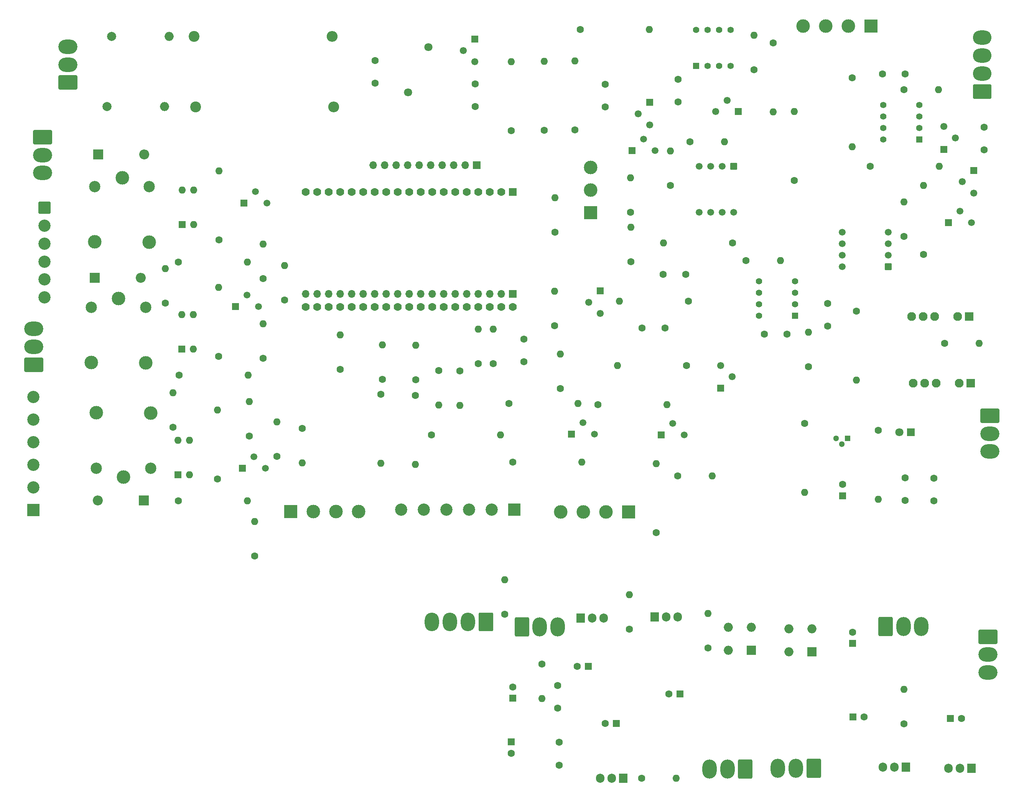
<source format=gbr>
%TF.GenerationSoftware,KiCad,Pcbnew,8.0.3*%
%TF.CreationDate,2024-10-09T15:47:07-03:00*%
%TF.ProjectId,mod_sensado_Prototipo_270624,6d6f645f-7365-46e7-9361-646f5f50726f,rev?*%
%TF.SameCoordinates,Original*%
%TF.FileFunction,Soldermask,Top*%
%TF.FilePolarity,Negative*%
%FSLAX46Y46*%
G04 Gerber Fmt 4.6, Leading zero omitted, Abs format (unit mm)*
G04 Created by KiCad (PCBNEW 8.0.3) date 2024-10-09 15:47:07*
%MOMM*%
%LPD*%
G01*
G04 APERTURE LIST*
G04 Aperture macros list*
%AMRoundRect*
0 Rectangle with rounded corners*
0 $1 Rounding radius*
0 $2 $3 $4 $5 $6 $7 $8 $9 X,Y pos of 4 corners*
0 Add a 4 corners polygon primitive as box body*
4,1,4,$2,$3,$4,$5,$6,$7,$8,$9,$2,$3,0*
0 Add four circle primitives for the rounded corners*
1,1,$1+$1,$2,$3*
1,1,$1+$1,$4,$5*
1,1,$1+$1,$6,$7*
1,1,$1+$1,$8,$9*
0 Add four rect primitives between the rounded corners*
20,1,$1+$1,$2,$3,$4,$5,0*
20,1,$1+$1,$4,$5,$6,$7,0*
20,1,$1+$1,$6,$7,$8,$9,0*
20,1,$1+$1,$8,$9,$2,$3,0*%
G04 Aperture macros list end*
%ADD10C,1.600000*%
%ADD11O,1.600000X1.600000*%
%ADD12R,1.905000X2.000000*%
%ADD13O,1.905000X2.000000*%
%ADD14R,1.500000X1.500000*%
%ADD15C,1.500000*%
%ADD16R,2.000000X2.000000*%
%ADD17O,2.000000X2.000000*%
%ADD18RoundRect,0.102000X-0.780000X0.780000X-0.780000X-0.780000X0.780000X-0.780000X0.780000X0.780000X0*%
%ADD19C,1.764000*%
%ADD20RoundRect,0.250000X-1.330000X-1.850000X1.330000X-1.850000X1.330000X1.850000X-1.330000X1.850000X0*%
%ADD21O,3.160000X4.200000*%
%ADD22RoundRect,0.250000X1.850000X-1.330000X1.850000X1.330000X-1.850000X1.330000X-1.850000X-1.330000X0*%
%ADD23O,4.200000X3.160000*%
%ADD24R,1.600000X1.600000*%
%ADD25R,3.000000X3.000000*%
%ADD26C,3.000000*%
%ADD27R,1.550000X1.550000*%
%ADD28C,1.550000*%
%ADD29C,2.400000*%
%ADD30O,2.400000X2.400000*%
%ADD31RoundRect,0.102000X0.865000X0.865000X-0.865000X0.865000X-0.865000X-0.865000X0.865000X-0.865000X0*%
%ADD32C,1.934000*%
%ADD33C,2.500000*%
%ADD34R,2.200000X2.200000*%
%ADD35O,2.200000X2.200000*%
%ADD36RoundRect,0.250000X-1.850000X1.330000X-1.850000X-1.330000X1.850000X-1.330000X1.850000X1.330000X0*%
%ADD37C,2.000000*%
%ADD38RoundRect,0.102000X0.605000X-0.605000X0.605000X0.605000X-0.605000X0.605000X-0.605000X-0.605000X0*%
%ADD39C,1.414000*%
%ADD40R,1.800000X1.800000*%
%ADD41C,1.800000*%
%ADD42R,2.700000X2.700000*%
%ADD43C,2.700000*%
%ADD44RoundRect,0.102000X0.649000X0.649000X-0.649000X0.649000X-0.649000X-0.649000X0.649000X-0.649000X0*%
%ADD45C,1.502000*%
%ADD46RoundRect,0.250000X1.330000X1.800000X-1.330000X1.800000X-1.330000X-1.800000X1.330000X-1.800000X0*%
%ADD47O,3.160000X4.100000*%
%ADD48RoundRect,0.250001X-1.099999X1.099999X-1.099999X-1.099999X1.099999X-1.099999X1.099999X1.099999X0*%
%ADD49R,1.700000X1.700000*%
%ADD50O,1.700000X1.700000*%
%ADD51RoundRect,0.102000X-0.649000X0.649000X-0.649000X-0.649000X0.649000X-0.649000X0.649000X0.649000X0*%
%ADD52C,1.804000*%
%ADD53RoundRect,0.250000X1.330000X1.850000X-1.330000X1.850000X-1.330000X-1.850000X1.330000X-1.850000X0*%
%ADD54R,1.300000X1.300000*%
%ADD55C,1.300000*%
%ADD56RoundRect,0.102000X0.605000X0.605000X-0.605000X0.605000X-0.605000X-0.605000X0.605000X-0.605000X0*%
%ADD57RoundRect,0.250000X1.800000X-1.330000X1.800000X1.330000X-1.800000X1.330000X-1.800000X-1.330000X0*%
%ADD58O,4.100000X3.160000*%
G04 APERTURE END LIST*
D10*
%TO.C,RC21*%
X204450000Y-86310000D03*
D11*
X204450000Y-101550000D03*
%TD*%
D12*
%TO.C,U2*%
X215430000Y-187050000D03*
D13*
X212890000Y-187050000D03*
X210350000Y-187050000D03*
%TD*%
D10*
%TO.C,CV10*%
X198090000Y-84590000D03*
X198090000Y-89590000D03*
%TD*%
D14*
%TO.C,Q3*%
X141600000Y-113480000D03*
D15*
X144140000Y-110940000D03*
X146680000Y-113480000D03*
%TD*%
D16*
%TO.C,D1*%
X181275000Y-161245000D03*
D17*
X181275000Y-156165000D03*
X176195000Y-156165000D03*
X176195000Y-161245000D03*
%TD*%
D14*
%TO.C,Q7*%
X67400000Y-85280000D03*
D15*
X69940000Y-82740000D03*
X72480000Y-85280000D03*
%TD*%
D18*
%TO.C,U1*%
X128630000Y-59970000D03*
D19*
X126090000Y-59970000D03*
X123550000Y-59970000D03*
X121010000Y-59970000D03*
X118470000Y-59970000D03*
X115930000Y-59970000D03*
X113390000Y-59970000D03*
X110850000Y-59970000D03*
X108310000Y-59970000D03*
X105770000Y-59970000D03*
X103230000Y-59970000D03*
X100690000Y-59970000D03*
X98150000Y-59970000D03*
X95610000Y-59970000D03*
X93070000Y-59970000D03*
X90530000Y-59970000D03*
X87990000Y-59970000D03*
X85450000Y-59970000D03*
X82910000Y-59970000D03*
X128630000Y-85370000D03*
X126090000Y-85370000D03*
X123550000Y-85370000D03*
X121010000Y-85370000D03*
X118470000Y-85370000D03*
X115930000Y-85370000D03*
X113390000Y-85370000D03*
X110850000Y-85370000D03*
X108310000Y-85370000D03*
X105770000Y-85370000D03*
X103230000Y-85370000D03*
X100690000Y-85370000D03*
X98150000Y-85370000D03*
X95610000Y-85370000D03*
X93070000Y-85370000D03*
X90530000Y-85370000D03*
X87990000Y-85370000D03*
X85450000Y-85370000D03*
X82910000Y-85370000D03*
%TD*%
D20*
%TO.C,J13*%
X210905000Y-155965000D03*
D21*
X214865000Y-155965000D03*
X218825000Y-155965000D03*
%TD*%
D22*
%TO.C,J17*%
X22900000Y-98110000D03*
D23*
X22900000Y-94150000D03*
X22900000Y-90190000D03*
%TD*%
D10*
%TO.C,RV16*%
X209340000Y-112610000D03*
D11*
X209340000Y-127850000D03*
%TD*%
D24*
%TO.C,C18*%
X151480000Y-177360000D03*
D10*
X148980000Y-177360000D03*
%TD*%
D25*
%TO.C,J8*%
X145827500Y-64522500D03*
D26*
X145827500Y-59522500D03*
X145827500Y-54522500D03*
%TD*%
D27*
%TO.C,RC16*%
X230380000Y-55200000D03*
D28*
X227880000Y-57700000D03*
X230380000Y-60200000D03*
%TD*%
D10*
%TO.C,F2*%
X163450000Y-58490000D03*
D11*
X163450000Y-50870000D03*
%TD*%
D24*
%TO.C,C19*%
X203660000Y-159720000D03*
D10*
X203660000Y-157220000D03*
%TD*%
D29*
%TO.C,RV1*%
X58285000Y-25610000D03*
D30*
X88765000Y-25610000D03*
%TD*%
D10*
%TO.C,P11*%
X71630000Y-140370000D03*
D11*
X71630000Y-132750000D03*
%TD*%
D10*
%TO.C,F10*%
X116970000Y-99540000D03*
D11*
X116970000Y-107160000D03*
%TD*%
D10*
%TO.C,RV18*%
X99530000Y-104700000D03*
D11*
X99530000Y-119940000D03*
%TD*%
D10*
%TO.C,F5*%
X214990000Y-69800000D03*
D11*
X214990000Y-62180000D03*
%TD*%
D31*
%TO.C,PS1*%
X229370000Y-87440000D03*
D32*
X226830000Y-87440000D03*
X221750000Y-87440000D03*
X219210000Y-87440000D03*
X216670000Y-87440000D03*
%TD*%
D26*
%TO.C,K1*%
X42390000Y-56820000D03*
D33*
X36340000Y-58770000D03*
D26*
X36340000Y-70970000D03*
X48390000Y-71020000D03*
D33*
X48340000Y-58770000D03*
%TD*%
D10*
%TO.C,F8*%
X124310000Y-97880000D03*
D11*
X124310000Y-90260000D03*
%TD*%
D10*
%TO.C,P7*%
X90510000Y-99170000D03*
D11*
X90510000Y-91550000D03*
%TD*%
D34*
%TO.C,D5*%
X36290000Y-78900000D03*
D35*
X46450000Y-78900000D03*
%TD*%
D10*
%TO.C,P1*%
X167710000Y-48830000D03*
D11*
X175330000Y-48830000D03*
%TD*%
D10*
%TO.C,RE2*%
X128620000Y-119610000D03*
D11*
X143860000Y-119610000D03*
%TD*%
D10*
%TO.C,RC1*%
X54810000Y-75470000D03*
D11*
X70050000Y-75470000D03*
%TD*%
D24*
%TO.C,U9*%
X55535000Y-94660000D03*
D11*
X58075000Y-94660000D03*
X58075000Y-87040000D03*
X55535000Y-87040000D03*
%TD*%
D24*
%TO.C,U4*%
X55595000Y-67180000D03*
D11*
X58135000Y-67180000D03*
X58135000Y-59560000D03*
X55595000Y-59560000D03*
%TD*%
D27*
%TO.C,RC22*%
X174530000Y-103280000D03*
D28*
X177030000Y-100780000D03*
X174530000Y-98280000D03*
%TD*%
D10*
%TO.C,P24*%
X137900000Y-68860000D03*
D11*
X137900000Y-61240000D03*
%TD*%
D10*
%TO.C,P14*%
X73490000Y-79130000D03*
D11*
X73490000Y-71510000D03*
%TD*%
D10*
%TO.C,F9*%
X121000000Y-97860000D03*
D11*
X121000000Y-90240000D03*
%TD*%
D10*
%TO.C,F6*%
X223920000Y-93370000D03*
D11*
X231540000Y-93370000D03*
%TD*%
D10*
%TO.C,RV15*%
X177100000Y-71180000D03*
D11*
X161860000Y-71180000D03*
%TD*%
D12*
%TO.C,U8*%
X152990000Y-189530000D03*
D13*
X150450000Y-189530000D03*
X147910000Y-189530000D03*
%TD*%
D20*
%TO.C,J16*%
X130610000Y-156060000D03*
D21*
X134570000Y-156060000D03*
X138530000Y-156060000D03*
%TD*%
D25*
%TO.C,J5*%
X207730000Y-23280000D03*
D26*
X202730000Y-23280000D03*
X197730000Y-23280000D03*
X192730000Y-23280000D03*
%TD*%
D36*
%TO.C,J12*%
X233970000Y-109390000D03*
D23*
X233970000Y-113350000D03*
X233970000Y-117310000D03*
%TD*%
D10*
%TO.C,RV10*%
X142340000Y-46280000D03*
D11*
X142340000Y-31040000D03*
%TD*%
D10*
%TO.C,P17*%
X126850000Y-153280000D03*
D11*
X126850000Y-145660000D03*
%TD*%
D24*
%TO.C,C1*%
X165550000Y-170910000D03*
D10*
X163050000Y-170910000D03*
%TD*%
%TO.C,CV5*%
X162190000Y-89990000D03*
X157190000Y-89990000D03*
%TD*%
%TO.C,P12*%
X157050000Y-189480000D03*
D11*
X164670000Y-189480000D03*
%TD*%
D27*
%TO.C,RV4*%
X158810000Y-40150000D03*
D28*
X156310000Y-42650000D03*
X158810000Y-45150000D03*
%TD*%
D14*
%TO.C,Q5*%
X69290000Y-62400000D03*
D15*
X71830000Y-59860000D03*
X74370000Y-62400000D03*
%TD*%
D10*
%TO.C,P5*%
X73500000Y-96720000D03*
D11*
X73500000Y-89100000D03*
%TD*%
D10*
%TO.C,RV17*%
X193050000Y-111102651D03*
D11*
X193050000Y-126342651D03*
%TD*%
D37*
%TO.C,L2*%
X40090000Y-25570000D03*
D17*
X52790000Y-25570000D03*
%TD*%
D38*
%TO.C,UV1*%
X169080000Y-32107500D03*
D39*
X171620000Y-32107500D03*
X174160000Y-32107500D03*
X176700000Y-32107500D03*
X176700000Y-24167500D03*
X174160000Y-24167500D03*
X171620000Y-24167500D03*
X169080000Y-24167500D03*
%TD*%
D10*
%TO.C,CV4*%
X165110000Y-35040000D03*
X165110000Y-40040000D03*
%TD*%
D27*
%TO.C,RV14*%
X147880000Y-81810000D03*
D28*
X145380000Y-84310000D03*
X147880000Y-86810000D03*
%TD*%
D10*
%TO.C,RV8*%
X128320000Y-46390000D03*
D11*
X128320000Y-31150000D03*
%TD*%
D10*
%TO.C,RE3*%
X160280000Y-135190000D03*
D11*
X160280000Y-119950000D03*
%TD*%
D10*
%TO.C,P3*%
X181880000Y-32980000D03*
D11*
X181880000Y-25360000D03*
%TD*%
D10*
%TO.C,RC3*%
X54780000Y-128190000D03*
D11*
X70020000Y-128190000D03*
%TD*%
D10*
%TO.C,P26*%
X139140000Y-103370000D03*
D11*
X139140000Y-95750000D03*
%TD*%
D10*
%TO.C,CV6*%
X166842500Y-78140000D03*
X161842500Y-78140000D03*
%TD*%
%TO.C,P23*%
X214950000Y-177450000D03*
D11*
X214950000Y-169830000D03*
%TD*%
D10*
%TO.C,P6*%
X82140000Y-112210000D03*
D11*
X82140000Y-119830000D03*
%TD*%
D24*
%TO.C,C21*%
X225190000Y-176320000D03*
D10*
X227690000Y-176320000D03*
%TD*%
D24*
%TO.C,C17*%
X145330000Y-164770000D03*
D10*
X142830000Y-164770000D03*
%TD*%
%TO.C,P8*%
X51910000Y-84540000D03*
D11*
X51910000Y-76920000D03*
%TD*%
D12*
%TO.C,U3*%
X229880000Y-187265000D03*
D13*
X227340000Y-187265000D03*
X224800000Y-187265000D03*
%TD*%
D10*
%TO.C,RC17*%
X203570000Y-34690000D03*
D11*
X203570000Y-49930000D03*
%TD*%
D24*
%TO.C,C20*%
X203700000Y-175970000D03*
D10*
X206200000Y-175970000D03*
%TD*%
%TO.C,F7*%
X180110000Y-75080000D03*
D11*
X187730000Y-75080000D03*
%TD*%
D10*
%TO.C,P20*%
X165000000Y-122740000D03*
D11*
X172620000Y-122740000D03*
%TD*%
D10*
%TO.C,RC19*%
X207540000Y-54290000D03*
D11*
X222780000Y-54290000D03*
%TD*%
D40*
%TO.C,D6*%
X216530000Y-113020000D03*
D41*
X213990000Y-113020000D03*
%TD*%
D10*
%TO.C,P4*%
X76580000Y-118410000D03*
D11*
X76580000Y-110790000D03*
%TD*%
D10*
%TO.C,F4*%
X214950000Y-37350000D03*
D11*
X222570000Y-37350000D03*
%TD*%
D10*
%TO.C,CV8*%
X221550000Y-128220000D03*
X221550000Y-123220000D03*
%TD*%
D42*
%TO.C,J11*%
X128970000Y-130190000D03*
D43*
X123970000Y-130190000D03*
X118970000Y-130190000D03*
X113970000Y-130190000D03*
X108970000Y-130190000D03*
X103970000Y-130190000D03*
%TD*%
D10*
%TO.C,F11*%
X112270000Y-99390000D03*
D11*
X112270000Y-107010000D03*
%TD*%
D10*
%TO.C,P18*%
X171730000Y-160750000D03*
D11*
X171730000Y-153130000D03*
%TD*%
D10*
%TO.C,CV3*%
X120280000Y-36050000D03*
X120280000Y-41050000D03*
%TD*%
%TO.C,P25*%
X137850000Y-89500000D03*
D11*
X137850000Y-81880000D03*
%TD*%
D12*
%TO.C,U7*%
X143610000Y-154150000D03*
D13*
X146150000Y-154150000D03*
X148690000Y-154150000D03*
%TD*%
D25*
%TO.C,J9*%
X79570000Y-130580000D03*
D26*
X84570000Y-130580000D03*
X89570000Y-130580000D03*
X94570000Y-130580000D03*
%TD*%
D10*
%TO.C,C14*%
X138560000Y-174000000D03*
X138560000Y-169000000D03*
%TD*%
D25*
%TO.C,J2*%
X154160000Y-130680000D03*
D26*
X149160000Y-130680000D03*
X144160000Y-130680000D03*
X139160000Y-130680000D03*
%TD*%
%TO.C,K2*%
X42660000Y-122970000D03*
D33*
X48710000Y-121020000D03*
D26*
X48710000Y-108820000D03*
X36660000Y-108770000D03*
D33*
X36710000Y-121020000D03*
%TD*%
D10*
%TO.C,P2*%
X154700000Y-75390000D03*
D11*
X154700000Y-67770000D03*
%TD*%
D44*
%TO.C,UC5*%
X211510000Y-76480000D03*
D45*
X211510000Y-73940000D03*
X211510000Y-71400000D03*
X211510000Y-68860000D03*
X201350000Y-68860000D03*
X201350000Y-71400000D03*
X201350000Y-73940000D03*
X201350000Y-76480000D03*
%TD*%
D10*
%TO.C,RV19*%
X107090000Y-104900000D03*
D11*
X107090000Y-120140000D03*
%TD*%
D10*
%TO.C,P10*%
X70450000Y-113910000D03*
D11*
X70450000Y-106290000D03*
%TD*%
D46*
%TO.C,J15*%
X122670000Y-154970000D03*
D47*
X118710000Y-154970000D03*
X114750000Y-154970000D03*
X110790000Y-154970000D03*
%TD*%
D10*
%TO.C,C16*%
X138870000Y-181580000D03*
X138870000Y-186580000D03*
%TD*%
D24*
%TO.C,C13*%
X128640000Y-171820000D03*
D10*
X128640000Y-169320000D03*
%TD*%
%TO.C,CV1*%
X98230000Y-30890000D03*
X98230000Y-35890000D03*
%TD*%
%TO.C,RC20*%
X219270000Y-73790000D03*
D11*
X219270000Y-58550000D03*
%TD*%
D48*
%TO.C,J6*%
X25200000Y-63460000D03*
D43*
X25200000Y-67420000D03*
X25200000Y-71380000D03*
X25200000Y-75340000D03*
X25200000Y-79300000D03*
X25200000Y-83260000D03*
%TD*%
D49*
%TO.C,J20*%
X128590000Y-82490000D03*
D50*
X126050000Y-82490000D03*
X123510000Y-82490000D03*
X120970000Y-82490000D03*
X118430000Y-82490000D03*
X115890000Y-82490000D03*
X113350000Y-82490000D03*
X110810000Y-82490000D03*
X108270000Y-82490000D03*
X105730000Y-82490000D03*
X103190000Y-82490000D03*
X100650000Y-82490000D03*
X98110000Y-82490000D03*
X95570000Y-82490000D03*
X93030000Y-82490000D03*
X90490000Y-82490000D03*
X87950000Y-82490000D03*
X85410000Y-82490000D03*
X82870000Y-82490000D03*
%TD*%
D10*
%TO.C,P19*%
X135060000Y-164240000D03*
D11*
X135060000Y-171860000D03*
%TD*%
D10*
%TO.C,RE4*%
X147440000Y-106950000D03*
D11*
X162680000Y-106950000D03*
%TD*%
D10*
%TO.C,Cc12*%
X131080000Y-92470000D03*
X131080000Y-97470000D03*
%TD*%
D51*
%TO.C,UV2*%
X177350000Y-54300000D03*
D45*
X174810000Y-54300000D03*
X172270000Y-54300000D03*
X169730000Y-54300000D03*
X169730000Y-64460000D03*
X172270000Y-64460000D03*
X174810000Y-64460000D03*
X177350000Y-64460000D03*
%TD*%
D10*
%TO.C,P22*%
X154640000Y-64440000D03*
D11*
X154640000Y-56820000D03*
%TD*%
D52*
%TO.C,RV3*%
X109980000Y-27940000D03*
X105480000Y-37940000D03*
%TD*%
D53*
%TO.C,J3*%
X179960000Y-187490000D03*
D21*
X176000000Y-187490000D03*
X172040000Y-187490000D03*
%TD*%
D10*
%TO.C,CV2*%
X149010000Y-36170000D03*
X149010000Y-41170000D03*
%TD*%
D31*
%TO.C,PS2*%
X229670000Y-102180000D03*
D32*
X227130000Y-102180000D03*
X222050000Y-102180000D03*
X219510000Y-102180000D03*
X216970000Y-102180000D03*
%TD*%
D53*
%TO.C,J4*%
X195070000Y-187295000D03*
D21*
X191110000Y-187295000D03*
X187150000Y-187295000D03*
%TD*%
D34*
%TO.C,D4*%
X47160000Y-128080000D03*
D35*
X37000000Y-128080000D03*
%TD*%
D10*
%TO.C,RV9*%
X135590000Y-46340000D03*
D11*
X135590000Y-31100000D03*
%TD*%
D24*
%TO.C,C15*%
X128300000Y-181490000D03*
D10*
X128300000Y-183990000D03*
%TD*%
D14*
%TO.C,Q2*%
X224780000Y-66750000D03*
D15*
X227320000Y-64210000D03*
X229860000Y-66750000D03*
%TD*%
D36*
%TO.C,J18*%
X233535000Y-158225000D03*
D23*
X233535000Y-162185000D03*
X233535000Y-166145000D03*
%TD*%
D49*
%TO.C,J10*%
X120700000Y-54060000D03*
D50*
X118160000Y-54060000D03*
X115620000Y-54060000D03*
X113080000Y-54060000D03*
X110540000Y-54060000D03*
X108000000Y-54060000D03*
X105460000Y-54060000D03*
X102920000Y-54060000D03*
X100380000Y-54060000D03*
X97840000Y-54060000D03*
%TD*%
D10*
%TO.C,P9*%
X53620000Y-111910000D03*
D11*
X53620000Y-104290000D03*
%TD*%
D24*
%TO.C,U6*%
X54735000Y-122450000D03*
D11*
X57275000Y-122450000D03*
X57275000Y-114830000D03*
X54735000Y-114830000D03*
%TD*%
D27*
%TO.C,RC18*%
X223820000Y-50520000D03*
D28*
X226320000Y-48020000D03*
X223820000Y-45520000D03*
%TD*%
D26*
%TO.C,K3*%
X41600000Y-83510000D03*
D33*
X35550000Y-85460000D03*
D26*
X35550000Y-97660000D03*
X47600000Y-97710000D03*
D33*
X47550000Y-85460000D03*
%TD*%
D10*
%TO.C,P16*%
X78250000Y-83840000D03*
D11*
X78250000Y-76220000D03*
%TD*%
D10*
%TO.C,CV9*%
X215190000Y-128090000D03*
X215190000Y-123090000D03*
%TD*%
D54*
%TO.C,VR1*%
X202540000Y-114392651D03*
D55*
X201270000Y-115662651D03*
X200000000Y-114392651D03*
%TD*%
D14*
%TO.C,Q4*%
X161420000Y-113620000D03*
D15*
X163960000Y-111080000D03*
X166500000Y-113620000D03*
%TD*%
D36*
%TO.C,J19*%
X24810000Y-47830000D03*
D23*
X24810000Y-51790000D03*
X24810000Y-55750000D03*
%TD*%
D10*
%TO.C,RV12*%
X190760000Y-57430000D03*
D11*
X190760000Y-42190000D03*
%TD*%
D10*
%TO.C,RC6*%
X63670000Y-96250000D03*
D11*
X63670000Y-81010000D03*
%TD*%
D10*
%TO.C,RC4*%
X63430000Y-123400000D03*
D11*
X63430000Y-108160000D03*
%TD*%
D42*
%TO.C,J7*%
X22810000Y-130270000D03*
D43*
X22810000Y-125270000D03*
X22810000Y-120270000D03*
X22810000Y-115270000D03*
X22810000Y-110270000D03*
X22810000Y-105270000D03*
%TD*%
D10*
%TO.C,Cc8*%
X210210000Y-33850000D03*
X215210000Y-33850000D03*
%TD*%
%TO.C,RV13*%
X167382500Y-84090000D03*
D11*
X152142500Y-84090000D03*
%TD*%
D34*
%TO.C,D3*%
X37120000Y-51650000D03*
D35*
X47280000Y-51650000D03*
%TD*%
D10*
%TO.C,P15*%
X110660000Y-113660000D03*
D11*
X125900000Y-113660000D03*
%TD*%
D56*
%TO.C,UV3*%
X190910000Y-87290000D03*
D39*
X190910000Y-84750000D03*
X190910000Y-82210000D03*
X190910000Y-79670000D03*
X182970000Y-79670000D03*
X182970000Y-82210000D03*
X182970000Y-84750000D03*
X182970000Y-87290000D03*
%TD*%
D10*
%TO.C,RE1*%
X127780000Y-106720000D03*
D11*
X143020000Y-106720000D03*
%TD*%
D10*
%TO.C,P21*%
X193870000Y-98560000D03*
D11*
X193870000Y-90940000D03*
%TD*%
D56*
%TO.C,UC4*%
X218327500Y-48400000D03*
D39*
X218327500Y-45860000D03*
X218327500Y-43320000D03*
X218327500Y-40780000D03*
X210387500Y-40780000D03*
X210387500Y-43320000D03*
X210387500Y-45860000D03*
X210387500Y-48400000D03*
%TD*%
D27*
%TO.C,RV6*%
X178410000Y-42190000D03*
D28*
X175910000Y-39690000D03*
X173410000Y-42190000D03*
%TD*%
D29*
%TO.C,RV11*%
X58565000Y-41190000D03*
D30*
X89045000Y-41190000D03*
%TD*%
D14*
%TO.C,Q1*%
X154940000Y-50790000D03*
D15*
X157480000Y-48250000D03*
X160020000Y-50790000D03*
%TD*%
D27*
%TO.C,RV2*%
X120220000Y-26200000D03*
D28*
X117720000Y-28700000D03*
X120220000Y-31200000D03*
%TD*%
D10*
%TO.C,Cc9*%
X232650000Y-50660000D03*
X232650000Y-45660000D03*
%TD*%
%TO.C,RV23*%
X166930000Y-98300000D03*
D11*
X151690000Y-98300000D03*
%TD*%
D14*
%TO.C,Q6*%
X68890000Y-121010000D03*
D15*
X71430000Y-118470000D03*
X73970000Y-121010000D03*
%TD*%
D10*
%TO.C,P13*%
X154330000Y-156570000D03*
D11*
X154330000Y-148950000D03*
%TD*%
D10*
%TO.C,F13*%
X99800000Y-101320000D03*
D11*
X99800000Y-93700000D03*
%TD*%
D10*
%TO.C,RC2*%
X63730000Y-70570000D03*
D11*
X63730000Y-55330000D03*
%TD*%
D57*
%TO.C,J14*%
X232230000Y-37740000D03*
D58*
X232230000Y-33780000D03*
X232230000Y-29820000D03*
X232230000Y-25860000D03*
%TD*%
D10*
%TO.C,RV5*%
X143550000Y-24060000D03*
D11*
X158790000Y-24060000D03*
%TD*%
D10*
%TO.C,RC5*%
X54990000Y-100410000D03*
D11*
X70230000Y-100410000D03*
%TD*%
D16*
%TO.C,D2*%
X194625000Y-161585000D03*
D17*
X194625000Y-156505000D03*
X189545000Y-156505000D03*
X189545000Y-161585000D03*
%TD*%
D37*
%TO.C,L4*%
X39080000Y-41060000D03*
D17*
X51780000Y-41060000D03*
%TD*%
D24*
%TO.C,C2*%
X201460000Y-127092651D03*
D10*
X201460000Y-124592651D03*
%TD*%
%TO.C,F12*%
X107180000Y-101460000D03*
D11*
X107180000Y-93840000D03*
%TD*%
D22*
%TO.C,J1*%
X30440000Y-35770000D03*
D23*
X30440000Y-31810000D03*
X30440000Y-27850000D03*
%TD*%
D10*
%TO.C,CV7*%
X189140000Y-91330000D03*
X184140000Y-91330000D03*
%TD*%
%TO.C,RV7*%
X186130000Y-27050000D03*
D11*
X186130000Y-42290000D03*
%TD*%
D12*
%TO.C,U5*%
X159980000Y-153880000D03*
D13*
X162520000Y-153880000D03*
X165060000Y-153880000D03*
%TD*%
M02*

</source>
